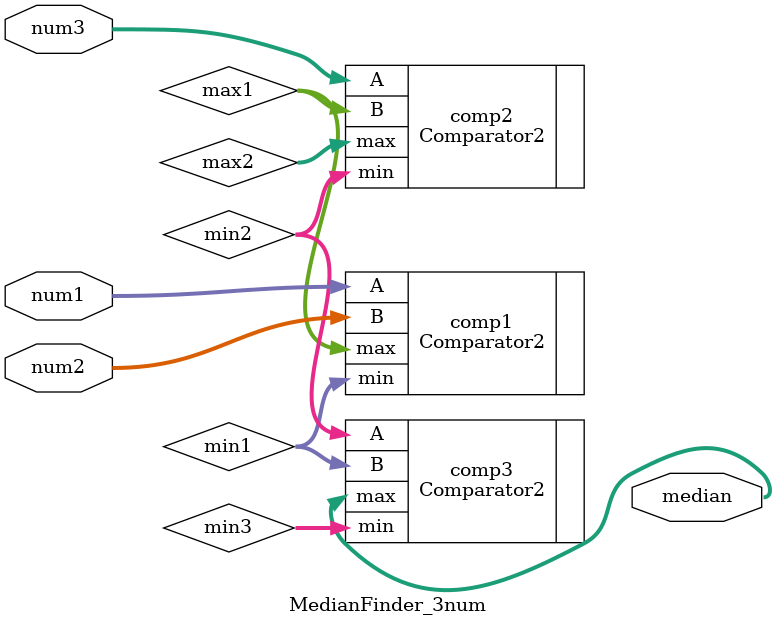
<source format=v>
`include "Comparator2.v"

module MedianFinder_3num(
    input  [3:0]    num1    , 
    input  [3:0]    num2    , 
    input  [3:0]    num3    ,  
    output [3:0]    median  
);
    wire [3:0] min1, max1, min2, max2, min3;

	Comparator2 comp1(.A(num1), .B(num2), .min(min1), .max(max1));
	Comparator2 comp2(.A(num3), .B(max1), .min(min2), .max(max2));
    Comparator2 comp3(.A(min2), .B(min1), .min(min3), .max(median));

endmodule

</source>
